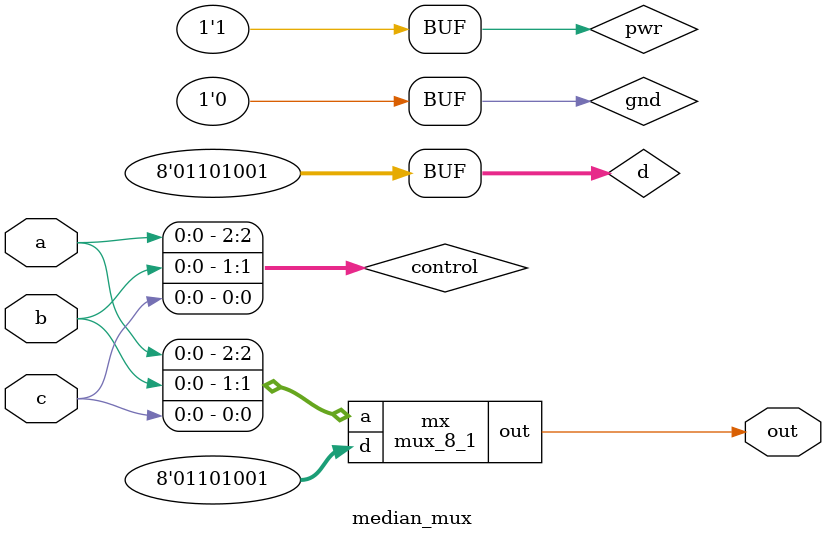
<source format=v>
module mux_8_1(a, d, out);
  input [2:0] a;
  input [0:7] d;
  output out;
  reg out;
  always @ (a or d) begin
    case (a)
      3'b000: out <= d[0];
      3'b001: out <= d[1];
      3'b010: out <= d[2];
      3'b011: out <= d[3];
      3'b100: out <= d[4];
      3'b101: out <= d[5];
      3'b110: out <= d[6];
      3'b111: out <= d[7];
    endcase
  end
endmodule

module median_mux(a, b, c, out);
    input a, b, c;
    output out;


    supply0 gnd;
    supply1 pwr;
    wire [7:0] d;
    wire [2:0] control;
    assign control = {a ,b, c};
    assign d = {gnd, pwr, pwr, gnd, pwr, gnd, gnd, pwr};
    mux_8_1 mx(control, d, out);
endmodule
</source>
